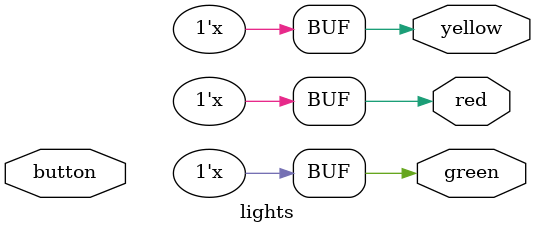
<source format=v>
`timescale 1ns / 1ps


module lights(
    input [2:0] button,
    output reg red,
    output reg yellow,
    output reg green
    );
    
    always @(button[0] or button[1] or button[2])begin
        if(button[0] == 1)
            red = ~red;
            
        if(button[1] == 1)
            yellow = ~yellow;
            
        if(button[2] == 1)
            green = ~green;
    end    
endmodule

</source>
